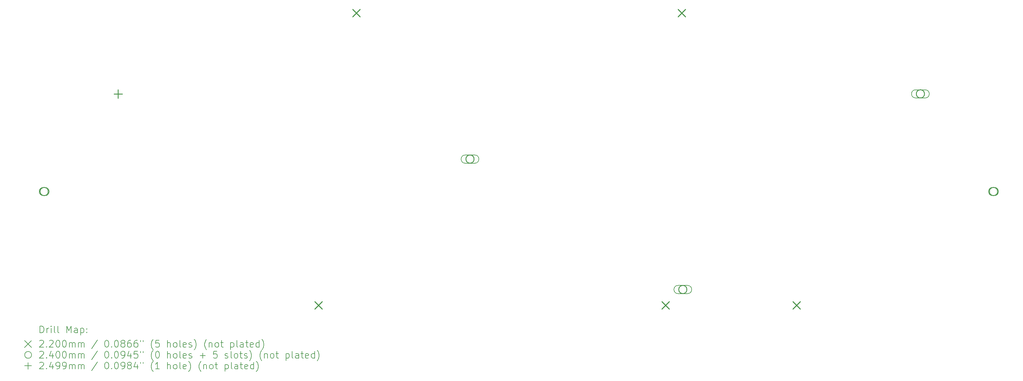
<source format=gbr>
%TF.GenerationSoftware,KiCad,Pcbnew,7.0.1-0*%
%TF.CreationDate,2023-05-14T12:26:16+09:00*%
%TF.ProjectId,Sandy_Plate_Bottom,53616e64-795f-4506-9c61-74655f426f74,v.1 (042)*%
%TF.SameCoordinates,Original*%
%TF.FileFunction,Drillmap*%
%TF.FilePolarity,Positive*%
%FSLAX45Y45*%
G04 Gerber Fmt 4.5, Leading zero omitted, Abs format (unit mm)*
G04 Created by KiCad (PCBNEW 7.0.1-0) date 2023-05-14 12:26:16*
%MOMM*%
%LPD*%
G01*
G04 APERTURE LIST*
%ADD10C,0.200000*%
%ADD11C,0.220000*%
%ADD12C,0.240000*%
%ADD13C,0.249940*%
G04 APERTURE END LIST*
D10*
D11*
X9817500Y-10582500D02*
X10037500Y-10802500D01*
X10037500Y-10582500D02*
X9817500Y-10802500D01*
X10922500Y-2022500D02*
X11142500Y-2242500D01*
X11142500Y-2022500D02*
X10922500Y-2242500D01*
X19972500Y-10582500D02*
X20192500Y-10802500D01*
X20192500Y-10582500D02*
X19972500Y-10802500D01*
X20447500Y-2022500D02*
X20667500Y-2242500D01*
X20667500Y-2022500D02*
X20447500Y-2242500D01*
X23807500Y-10582500D02*
X24027500Y-10802500D01*
X24027500Y-10582500D02*
X23807500Y-10802500D01*
D12*
X2017496Y-7357460D02*
G75*
G03*
X2017496Y-7357460I-120000J0D01*
G01*
D10*
X1872496Y-7477460D02*
X1922496Y-7477460D01*
X1922496Y-7477460D02*
G75*
G03*
X1922496Y-7237460I0J120000D01*
G01*
X1922496Y-7237460D02*
X1872496Y-7237460D01*
X1872496Y-7237460D02*
G75*
G03*
X1872496Y-7477460I0J-120000D01*
G01*
D12*
X14482496Y-6407460D02*
G75*
G03*
X14482496Y-6407460I-120000J0D01*
G01*
D10*
X14222496Y-6527460D02*
X14502496Y-6527460D01*
X14502496Y-6527460D02*
G75*
G03*
X14502496Y-6287460I0J120000D01*
G01*
X14502496Y-6287460D02*
X14222496Y-6287460D01*
X14222496Y-6287460D02*
G75*
G03*
X14222496Y-6527460I0J-120000D01*
G01*
D12*
X20712496Y-10227460D02*
G75*
G03*
X20712496Y-10227460I-120000J0D01*
G01*
D10*
X20452496Y-10347460D02*
X20732496Y-10347460D01*
X20732496Y-10347460D02*
G75*
G03*
X20732496Y-10107460I0J120000D01*
G01*
X20732496Y-10107460D02*
X20452496Y-10107460D01*
X20452496Y-10107460D02*
G75*
G03*
X20452496Y-10347460I0J-120000D01*
G01*
D12*
X27667496Y-4497460D02*
G75*
G03*
X27667496Y-4497460I-120000J0D01*
G01*
D10*
X27407496Y-4617460D02*
X27687496Y-4617460D01*
X27687496Y-4617460D02*
G75*
G03*
X27687496Y-4377460I0J120000D01*
G01*
X27687496Y-4377460D02*
X27407496Y-4377460D01*
X27407496Y-4377460D02*
G75*
G03*
X27407496Y-4617460I0J-120000D01*
G01*
D12*
X29807496Y-7357460D02*
G75*
G03*
X29807496Y-7357460I-120000J0D01*
G01*
D10*
X29712496Y-7237460D02*
X29662496Y-7237460D01*
X29662496Y-7237460D02*
G75*
G03*
X29662496Y-7477460I0J-120000D01*
G01*
X29662496Y-7477460D02*
X29712496Y-7477460D01*
X29712496Y-7477460D02*
G75*
G03*
X29712496Y-7237460I0J120000D01*
G01*
D13*
X4062496Y-4372490D02*
X4062496Y-4622430D01*
X3937526Y-4497460D02*
X4187466Y-4497460D01*
D10*
X1775115Y-11494984D02*
X1775115Y-11294984D01*
X1775115Y-11294984D02*
X1822734Y-11294984D01*
X1822734Y-11294984D02*
X1851305Y-11304508D01*
X1851305Y-11304508D02*
X1870353Y-11323555D01*
X1870353Y-11323555D02*
X1879877Y-11342603D01*
X1879877Y-11342603D02*
X1889401Y-11380698D01*
X1889401Y-11380698D02*
X1889401Y-11409269D01*
X1889401Y-11409269D02*
X1879877Y-11447365D01*
X1879877Y-11447365D02*
X1870353Y-11466412D01*
X1870353Y-11466412D02*
X1851305Y-11485460D01*
X1851305Y-11485460D02*
X1822734Y-11494984D01*
X1822734Y-11494984D02*
X1775115Y-11494984D01*
X1975115Y-11494984D02*
X1975115Y-11361650D01*
X1975115Y-11399746D02*
X1984639Y-11380698D01*
X1984639Y-11380698D02*
X1994163Y-11371174D01*
X1994163Y-11371174D02*
X2013210Y-11361650D01*
X2013210Y-11361650D02*
X2032258Y-11361650D01*
X2098925Y-11494984D02*
X2098925Y-11361650D01*
X2098925Y-11294984D02*
X2089401Y-11304508D01*
X2089401Y-11304508D02*
X2098925Y-11314031D01*
X2098925Y-11314031D02*
X2108448Y-11304508D01*
X2108448Y-11304508D02*
X2098925Y-11294984D01*
X2098925Y-11294984D02*
X2098925Y-11314031D01*
X2222734Y-11494984D02*
X2203686Y-11485460D01*
X2203686Y-11485460D02*
X2194163Y-11466412D01*
X2194163Y-11466412D02*
X2194163Y-11294984D01*
X2327496Y-11494984D02*
X2308448Y-11485460D01*
X2308448Y-11485460D02*
X2298925Y-11466412D01*
X2298925Y-11466412D02*
X2298925Y-11294984D01*
X2556067Y-11494984D02*
X2556067Y-11294984D01*
X2556067Y-11294984D02*
X2622734Y-11437841D01*
X2622734Y-11437841D02*
X2689401Y-11294984D01*
X2689401Y-11294984D02*
X2689401Y-11494984D01*
X2870353Y-11494984D02*
X2870353Y-11390222D01*
X2870353Y-11390222D02*
X2860829Y-11371174D01*
X2860829Y-11371174D02*
X2841782Y-11361650D01*
X2841782Y-11361650D02*
X2803686Y-11361650D01*
X2803686Y-11361650D02*
X2784639Y-11371174D01*
X2870353Y-11485460D02*
X2851305Y-11494984D01*
X2851305Y-11494984D02*
X2803686Y-11494984D01*
X2803686Y-11494984D02*
X2784639Y-11485460D01*
X2784639Y-11485460D02*
X2775115Y-11466412D01*
X2775115Y-11466412D02*
X2775115Y-11447365D01*
X2775115Y-11447365D02*
X2784639Y-11428317D01*
X2784639Y-11428317D02*
X2803686Y-11418793D01*
X2803686Y-11418793D02*
X2851305Y-11418793D01*
X2851305Y-11418793D02*
X2870353Y-11409269D01*
X2965591Y-11361650D02*
X2965591Y-11561650D01*
X2965591Y-11371174D02*
X2984639Y-11361650D01*
X2984639Y-11361650D02*
X3022734Y-11361650D01*
X3022734Y-11361650D02*
X3041782Y-11371174D01*
X3041782Y-11371174D02*
X3051305Y-11380698D01*
X3051305Y-11380698D02*
X3060829Y-11399746D01*
X3060829Y-11399746D02*
X3060829Y-11456888D01*
X3060829Y-11456888D02*
X3051305Y-11475936D01*
X3051305Y-11475936D02*
X3041782Y-11485460D01*
X3041782Y-11485460D02*
X3022734Y-11494984D01*
X3022734Y-11494984D02*
X2984639Y-11494984D01*
X2984639Y-11494984D02*
X2965591Y-11485460D01*
X3146544Y-11475936D02*
X3156067Y-11485460D01*
X3156067Y-11485460D02*
X3146544Y-11494984D01*
X3146544Y-11494984D02*
X3137020Y-11485460D01*
X3137020Y-11485460D02*
X3146544Y-11475936D01*
X3146544Y-11475936D02*
X3146544Y-11494984D01*
X3146544Y-11371174D02*
X3156067Y-11380698D01*
X3156067Y-11380698D02*
X3146544Y-11390222D01*
X3146544Y-11390222D02*
X3137020Y-11380698D01*
X3137020Y-11380698D02*
X3146544Y-11371174D01*
X3146544Y-11371174D02*
X3146544Y-11390222D01*
X1327496Y-11722460D02*
X1527496Y-11922460D01*
X1527496Y-11722460D02*
X1327496Y-11922460D01*
X1765591Y-11734031D02*
X1775115Y-11724508D01*
X1775115Y-11724508D02*
X1794163Y-11714984D01*
X1794163Y-11714984D02*
X1841782Y-11714984D01*
X1841782Y-11714984D02*
X1860829Y-11724508D01*
X1860829Y-11724508D02*
X1870353Y-11734031D01*
X1870353Y-11734031D02*
X1879877Y-11753079D01*
X1879877Y-11753079D02*
X1879877Y-11772127D01*
X1879877Y-11772127D02*
X1870353Y-11800698D01*
X1870353Y-11800698D02*
X1756067Y-11914984D01*
X1756067Y-11914984D02*
X1879877Y-11914984D01*
X1965591Y-11895936D02*
X1975115Y-11905460D01*
X1975115Y-11905460D02*
X1965591Y-11914984D01*
X1965591Y-11914984D02*
X1956067Y-11905460D01*
X1956067Y-11905460D02*
X1965591Y-11895936D01*
X1965591Y-11895936D02*
X1965591Y-11914984D01*
X2051305Y-11734031D02*
X2060829Y-11724508D01*
X2060829Y-11724508D02*
X2079877Y-11714984D01*
X2079877Y-11714984D02*
X2127496Y-11714984D01*
X2127496Y-11714984D02*
X2146544Y-11724508D01*
X2146544Y-11724508D02*
X2156067Y-11734031D01*
X2156067Y-11734031D02*
X2165591Y-11753079D01*
X2165591Y-11753079D02*
X2165591Y-11772127D01*
X2165591Y-11772127D02*
X2156067Y-11800698D01*
X2156067Y-11800698D02*
X2041782Y-11914984D01*
X2041782Y-11914984D02*
X2165591Y-11914984D01*
X2289401Y-11714984D02*
X2308448Y-11714984D01*
X2308448Y-11714984D02*
X2327496Y-11724508D01*
X2327496Y-11724508D02*
X2337020Y-11734031D01*
X2337020Y-11734031D02*
X2346544Y-11753079D01*
X2346544Y-11753079D02*
X2356067Y-11791174D01*
X2356067Y-11791174D02*
X2356067Y-11838793D01*
X2356067Y-11838793D02*
X2346544Y-11876888D01*
X2346544Y-11876888D02*
X2337020Y-11895936D01*
X2337020Y-11895936D02*
X2327496Y-11905460D01*
X2327496Y-11905460D02*
X2308448Y-11914984D01*
X2308448Y-11914984D02*
X2289401Y-11914984D01*
X2289401Y-11914984D02*
X2270353Y-11905460D01*
X2270353Y-11905460D02*
X2260829Y-11895936D01*
X2260829Y-11895936D02*
X2251306Y-11876888D01*
X2251306Y-11876888D02*
X2241782Y-11838793D01*
X2241782Y-11838793D02*
X2241782Y-11791174D01*
X2241782Y-11791174D02*
X2251306Y-11753079D01*
X2251306Y-11753079D02*
X2260829Y-11734031D01*
X2260829Y-11734031D02*
X2270353Y-11724508D01*
X2270353Y-11724508D02*
X2289401Y-11714984D01*
X2479877Y-11714984D02*
X2498925Y-11714984D01*
X2498925Y-11714984D02*
X2517972Y-11724508D01*
X2517972Y-11724508D02*
X2527496Y-11734031D01*
X2527496Y-11734031D02*
X2537020Y-11753079D01*
X2537020Y-11753079D02*
X2546544Y-11791174D01*
X2546544Y-11791174D02*
X2546544Y-11838793D01*
X2546544Y-11838793D02*
X2537020Y-11876888D01*
X2537020Y-11876888D02*
X2527496Y-11895936D01*
X2527496Y-11895936D02*
X2517972Y-11905460D01*
X2517972Y-11905460D02*
X2498925Y-11914984D01*
X2498925Y-11914984D02*
X2479877Y-11914984D01*
X2479877Y-11914984D02*
X2460829Y-11905460D01*
X2460829Y-11905460D02*
X2451306Y-11895936D01*
X2451306Y-11895936D02*
X2441782Y-11876888D01*
X2441782Y-11876888D02*
X2432258Y-11838793D01*
X2432258Y-11838793D02*
X2432258Y-11791174D01*
X2432258Y-11791174D02*
X2441782Y-11753079D01*
X2441782Y-11753079D02*
X2451306Y-11734031D01*
X2451306Y-11734031D02*
X2460829Y-11724508D01*
X2460829Y-11724508D02*
X2479877Y-11714984D01*
X2632258Y-11914984D02*
X2632258Y-11781650D01*
X2632258Y-11800698D02*
X2641782Y-11791174D01*
X2641782Y-11791174D02*
X2660829Y-11781650D01*
X2660829Y-11781650D02*
X2689401Y-11781650D01*
X2689401Y-11781650D02*
X2708448Y-11791174D01*
X2708448Y-11791174D02*
X2717972Y-11810222D01*
X2717972Y-11810222D02*
X2717972Y-11914984D01*
X2717972Y-11810222D02*
X2727496Y-11791174D01*
X2727496Y-11791174D02*
X2746544Y-11781650D01*
X2746544Y-11781650D02*
X2775115Y-11781650D01*
X2775115Y-11781650D02*
X2794163Y-11791174D01*
X2794163Y-11791174D02*
X2803686Y-11810222D01*
X2803686Y-11810222D02*
X2803686Y-11914984D01*
X2898925Y-11914984D02*
X2898925Y-11781650D01*
X2898925Y-11800698D02*
X2908448Y-11791174D01*
X2908448Y-11791174D02*
X2927496Y-11781650D01*
X2927496Y-11781650D02*
X2956067Y-11781650D01*
X2956067Y-11781650D02*
X2975115Y-11791174D01*
X2975115Y-11791174D02*
X2984639Y-11810222D01*
X2984639Y-11810222D02*
X2984639Y-11914984D01*
X2984639Y-11810222D02*
X2994163Y-11791174D01*
X2994163Y-11791174D02*
X3013210Y-11781650D01*
X3013210Y-11781650D02*
X3041782Y-11781650D01*
X3041782Y-11781650D02*
X3060829Y-11791174D01*
X3060829Y-11791174D02*
X3070353Y-11810222D01*
X3070353Y-11810222D02*
X3070353Y-11914984D01*
X3460829Y-11705460D02*
X3289401Y-11962603D01*
X3717972Y-11714984D02*
X3737020Y-11714984D01*
X3737020Y-11714984D02*
X3756068Y-11724508D01*
X3756068Y-11724508D02*
X3765591Y-11734031D01*
X3765591Y-11734031D02*
X3775115Y-11753079D01*
X3775115Y-11753079D02*
X3784639Y-11791174D01*
X3784639Y-11791174D02*
X3784639Y-11838793D01*
X3784639Y-11838793D02*
X3775115Y-11876888D01*
X3775115Y-11876888D02*
X3765591Y-11895936D01*
X3765591Y-11895936D02*
X3756068Y-11905460D01*
X3756068Y-11905460D02*
X3737020Y-11914984D01*
X3737020Y-11914984D02*
X3717972Y-11914984D01*
X3717972Y-11914984D02*
X3698925Y-11905460D01*
X3698925Y-11905460D02*
X3689401Y-11895936D01*
X3689401Y-11895936D02*
X3679877Y-11876888D01*
X3679877Y-11876888D02*
X3670353Y-11838793D01*
X3670353Y-11838793D02*
X3670353Y-11791174D01*
X3670353Y-11791174D02*
X3679877Y-11753079D01*
X3679877Y-11753079D02*
X3689401Y-11734031D01*
X3689401Y-11734031D02*
X3698925Y-11724508D01*
X3698925Y-11724508D02*
X3717972Y-11714984D01*
X3870353Y-11895936D02*
X3879877Y-11905460D01*
X3879877Y-11905460D02*
X3870353Y-11914984D01*
X3870353Y-11914984D02*
X3860829Y-11905460D01*
X3860829Y-11905460D02*
X3870353Y-11895936D01*
X3870353Y-11895936D02*
X3870353Y-11914984D01*
X4003687Y-11714984D02*
X4022734Y-11714984D01*
X4022734Y-11714984D02*
X4041782Y-11724508D01*
X4041782Y-11724508D02*
X4051306Y-11734031D01*
X4051306Y-11734031D02*
X4060829Y-11753079D01*
X4060829Y-11753079D02*
X4070353Y-11791174D01*
X4070353Y-11791174D02*
X4070353Y-11838793D01*
X4070353Y-11838793D02*
X4060829Y-11876888D01*
X4060829Y-11876888D02*
X4051306Y-11895936D01*
X4051306Y-11895936D02*
X4041782Y-11905460D01*
X4041782Y-11905460D02*
X4022734Y-11914984D01*
X4022734Y-11914984D02*
X4003687Y-11914984D01*
X4003687Y-11914984D02*
X3984639Y-11905460D01*
X3984639Y-11905460D02*
X3975115Y-11895936D01*
X3975115Y-11895936D02*
X3965591Y-11876888D01*
X3965591Y-11876888D02*
X3956068Y-11838793D01*
X3956068Y-11838793D02*
X3956068Y-11791174D01*
X3956068Y-11791174D02*
X3965591Y-11753079D01*
X3965591Y-11753079D02*
X3975115Y-11734031D01*
X3975115Y-11734031D02*
X3984639Y-11724508D01*
X3984639Y-11724508D02*
X4003687Y-11714984D01*
X4184639Y-11800698D02*
X4165591Y-11791174D01*
X4165591Y-11791174D02*
X4156068Y-11781650D01*
X4156068Y-11781650D02*
X4146544Y-11762603D01*
X4146544Y-11762603D02*
X4146544Y-11753079D01*
X4146544Y-11753079D02*
X4156068Y-11734031D01*
X4156068Y-11734031D02*
X4165591Y-11724508D01*
X4165591Y-11724508D02*
X4184639Y-11714984D01*
X4184639Y-11714984D02*
X4222734Y-11714984D01*
X4222734Y-11714984D02*
X4241782Y-11724508D01*
X4241782Y-11724508D02*
X4251306Y-11734031D01*
X4251306Y-11734031D02*
X4260830Y-11753079D01*
X4260830Y-11753079D02*
X4260830Y-11762603D01*
X4260830Y-11762603D02*
X4251306Y-11781650D01*
X4251306Y-11781650D02*
X4241782Y-11791174D01*
X4241782Y-11791174D02*
X4222734Y-11800698D01*
X4222734Y-11800698D02*
X4184639Y-11800698D01*
X4184639Y-11800698D02*
X4165591Y-11810222D01*
X4165591Y-11810222D02*
X4156068Y-11819746D01*
X4156068Y-11819746D02*
X4146544Y-11838793D01*
X4146544Y-11838793D02*
X4146544Y-11876888D01*
X4146544Y-11876888D02*
X4156068Y-11895936D01*
X4156068Y-11895936D02*
X4165591Y-11905460D01*
X4165591Y-11905460D02*
X4184639Y-11914984D01*
X4184639Y-11914984D02*
X4222734Y-11914984D01*
X4222734Y-11914984D02*
X4241782Y-11905460D01*
X4241782Y-11905460D02*
X4251306Y-11895936D01*
X4251306Y-11895936D02*
X4260830Y-11876888D01*
X4260830Y-11876888D02*
X4260830Y-11838793D01*
X4260830Y-11838793D02*
X4251306Y-11819746D01*
X4251306Y-11819746D02*
X4241782Y-11810222D01*
X4241782Y-11810222D02*
X4222734Y-11800698D01*
X4432258Y-11714984D02*
X4394163Y-11714984D01*
X4394163Y-11714984D02*
X4375115Y-11724508D01*
X4375115Y-11724508D02*
X4365591Y-11734031D01*
X4365591Y-11734031D02*
X4346544Y-11762603D01*
X4346544Y-11762603D02*
X4337020Y-11800698D01*
X4337020Y-11800698D02*
X4337020Y-11876888D01*
X4337020Y-11876888D02*
X4346544Y-11895936D01*
X4346544Y-11895936D02*
X4356068Y-11905460D01*
X4356068Y-11905460D02*
X4375115Y-11914984D01*
X4375115Y-11914984D02*
X4413211Y-11914984D01*
X4413211Y-11914984D02*
X4432258Y-11905460D01*
X4432258Y-11905460D02*
X4441782Y-11895936D01*
X4441782Y-11895936D02*
X4451306Y-11876888D01*
X4451306Y-11876888D02*
X4451306Y-11829269D01*
X4451306Y-11829269D02*
X4441782Y-11810222D01*
X4441782Y-11810222D02*
X4432258Y-11800698D01*
X4432258Y-11800698D02*
X4413211Y-11791174D01*
X4413211Y-11791174D02*
X4375115Y-11791174D01*
X4375115Y-11791174D02*
X4356068Y-11800698D01*
X4356068Y-11800698D02*
X4346544Y-11810222D01*
X4346544Y-11810222D02*
X4337020Y-11829269D01*
X4622734Y-11714984D02*
X4584639Y-11714984D01*
X4584639Y-11714984D02*
X4565591Y-11724508D01*
X4565591Y-11724508D02*
X4556068Y-11734031D01*
X4556068Y-11734031D02*
X4537020Y-11762603D01*
X4537020Y-11762603D02*
X4527496Y-11800698D01*
X4527496Y-11800698D02*
X4527496Y-11876888D01*
X4527496Y-11876888D02*
X4537020Y-11895936D01*
X4537020Y-11895936D02*
X4546544Y-11905460D01*
X4546544Y-11905460D02*
X4565591Y-11914984D01*
X4565591Y-11914984D02*
X4603687Y-11914984D01*
X4603687Y-11914984D02*
X4622734Y-11905460D01*
X4622734Y-11905460D02*
X4632258Y-11895936D01*
X4632258Y-11895936D02*
X4641782Y-11876888D01*
X4641782Y-11876888D02*
X4641782Y-11829269D01*
X4641782Y-11829269D02*
X4632258Y-11810222D01*
X4632258Y-11810222D02*
X4622734Y-11800698D01*
X4622734Y-11800698D02*
X4603687Y-11791174D01*
X4603687Y-11791174D02*
X4565591Y-11791174D01*
X4565591Y-11791174D02*
X4546544Y-11800698D01*
X4546544Y-11800698D02*
X4537020Y-11810222D01*
X4537020Y-11810222D02*
X4527496Y-11829269D01*
X4717972Y-11714984D02*
X4717972Y-11753079D01*
X4794163Y-11714984D02*
X4794163Y-11753079D01*
X5089401Y-11991174D02*
X5079877Y-11981650D01*
X5079877Y-11981650D02*
X5060830Y-11953079D01*
X5060830Y-11953079D02*
X5051306Y-11934031D01*
X5051306Y-11934031D02*
X5041782Y-11905460D01*
X5041782Y-11905460D02*
X5032258Y-11857841D01*
X5032258Y-11857841D02*
X5032258Y-11819746D01*
X5032258Y-11819746D02*
X5041782Y-11772127D01*
X5041782Y-11772127D02*
X5051306Y-11743555D01*
X5051306Y-11743555D02*
X5060830Y-11724508D01*
X5060830Y-11724508D02*
X5079877Y-11695936D01*
X5079877Y-11695936D02*
X5089401Y-11686412D01*
X5260830Y-11714984D02*
X5165592Y-11714984D01*
X5165592Y-11714984D02*
X5156068Y-11810222D01*
X5156068Y-11810222D02*
X5165592Y-11800698D01*
X5165592Y-11800698D02*
X5184639Y-11791174D01*
X5184639Y-11791174D02*
X5232258Y-11791174D01*
X5232258Y-11791174D02*
X5251306Y-11800698D01*
X5251306Y-11800698D02*
X5260830Y-11810222D01*
X5260830Y-11810222D02*
X5270353Y-11829269D01*
X5270353Y-11829269D02*
X5270353Y-11876888D01*
X5270353Y-11876888D02*
X5260830Y-11895936D01*
X5260830Y-11895936D02*
X5251306Y-11905460D01*
X5251306Y-11905460D02*
X5232258Y-11914984D01*
X5232258Y-11914984D02*
X5184639Y-11914984D01*
X5184639Y-11914984D02*
X5165592Y-11905460D01*
X5165592Y-11905460D02*
X5156068Y-11895936D01*
X5508449Y-11914984D02*
X5508449Y-11714984D01*
X5594163Y-11914984D02*
X5594163Y-11810222D01*
X5594163Y-11810222D02*
X5584639Y-11791174D01*
X5584639Y-11791174D02*
X5565592Y-11781650D01*
X5565592Y-11781650D02*
X5537020Y-11781650D01*
X5537020Y-11781650D02*
X5517973Y-11791174D01*
X5517973Y-11791174D02*
X5508449Y-11800698D01*
X5717972Y-11914984D02*
X5698925Y-11905460D01*
X5698925Y-11905460D02*
X5689401Y-11895936D01*
X5689401Y-11895936D02*
X5679877Y-11876888D01*
X5679877Y-11876888D02*
X5679877Y-11819746D01*
X5679877Y-11819746D02*
X5689401Y-11800698D01*
X5689401Y-11800698D02*
X5698925Y-11791174D01*
X5698925Y-11791174D02*
X5717972Y-11781650D01*
X5717972Y-11781650D02*
X5746544Y-11781650D01*
X5746544Y-11781650D02*
X5765592Y-11791174D01*
X5765592Y-11791174D02*
X5775115Y-11800698D01*
X5775115Y-11800698D02*
X5784639Y-11819746D01*
X5784639Y-11819746D02*
X5784639Y-11876888D01*
X5784639Y-11876888D02*
X5775115Y-11895936D01*
X5775115Y-11895936D02*
X5765592Y-11905460D01*
X5765592Y-11905460D02*
X5746544Y-11914984D01*
X5746544Y-11914984D02*
X5717972Y-11914984D01*
X5898925Y-11914984D02*
X5879877Y-11905460D01*
X5879877Y-11905460D02*
X5870353Y-11886412D01*
X5870353Y-11886412D02*
X5870353Y-11714984D01*
X6051306Y-11905460D02*
X6032258Y-11914984D01*
X6032258Y-11914984D02*
X5994163Y-11914984D01*
X5994163Y-11914984D02*
X5975115Y-11905460D01*
X5975115Y-11905460D02*
X5965592Y-11886412D01*
X5965592Y-11886412D02*
X5965592Y-11810222D01*
X5965592Y-11810222D02*
X5975115Y-11791174D01*
X5975115Y-11791174D02*
X5994163Y-11781650D01*
X5994163Y-11781650D02*
X6032258Y-11781650D01*
X6032258Y-11781650D02*
X6051306Y-11791174D01*
X6051306Y-11791174D02*
X6060830Y-11810222D01*
X6060830Y-11810222D02*
X6060830Y-11829269D01*
X6060830Y-11829269D02*
X5965592Y-11848317D01*
X6137020Y-11905460D02*
X6156068Y-11914984D01*
X6156068Y-11914984D02*
X6194163Y-11914984D01*
X6194163Y-11914984D02*
X6213211Y-11905460D01*
X6213211Y-11905460D02*
X6222734Y-11886412D01*
X6222734Y-11886412D02*
X6222734Y-11876888D01*
X6222734Y-11876888D02*
X6213211Y-11857841D01*
X6213211Y-11857841D02*
X6194163Y-11848317D01*
X6194163Y-11848317D02*
X6165592Y-11848317D01*
X6165592Y-11848317D02*
X6146544Y-11838793D01*
X6146544Y-11838793D02*
X6137020Y-11819746D01*
X6137020Y-11819746D02*
X6137020Y-11810222D01*
X6137020Y-11810222D02*
X6146544Y-11791174D01*
X6146544Y-11791174D02*
X6165592Y-11781650D01*
X6165592Y-11781650D02*
X6194163Y-11781650D01*
X6194163Y-11781650D02*
X6213211Y-11791174D01*
X6289401Y-11991174D02*
X6298925Y-11981650D01*
X6298925Y-11981650D02*
X6317973Y-11953079D01*
X6317973Y-11953079D02*
X6327496Y-11934031D01*
X6327496Y-11934031D02*
X6337020Y-11905460D01*
X6337020Y-11905460D02*
X6346544Y-11857841D01*
X6346544Y-11857841D02*
X6346544Y-11819746D01*
X6346544Y-11819746D02*
X6337020Y-11772127D01*
X6337020Y-11772127D02*
X6327496Y-11743555D01*
X6327496Y-11743555D02*
X6317973Y-11724508D01*
X6317973Y-11724508D02*
X6298925Y-11695936D01*
X6298925Y-11695936D02*
X6289401Y-11686412D01*
X6651306Y-11991174D02*
X6641782Y-11981650D01*
X6641782Y-11981650D02*
X6622734Y-11953079D01*
X6622734Y-11953079D02*
X6613211Y-11934031D01*
X6613211Y-11934031D02*
X6603687Y-11905460D01*
X6603687Y-11905460D02*
X6594163Y-11857841D01*
X6594163Y-11857841D02*
X6594163Y-11819746D01*
X6594163Y-11819746D02*
X6603687Y-11772127D01*
X6603687Y-11772127D02*
X6613211Y-11743555D01*
X6613211Y-11743555D02*
X6622734Y-11724508D01*
X6622734Y-11724508D02*
X6641782Y-11695936D01*
X6641782Y-11695936D02*
X6651306Y-11686412D01*
X6727496Y-11781650D02*
X6727496Y-11914984D01*
X6727496Y-11800698D02*
X6737020Y-11791174D01*
X6737020Y-11791174D02*
X6756068Y-11781650D01*
X6756068Y-11781650D02*
X6784639Y-11781650D01*
X6784639Y-11781650D02*
X6803687Y-11791174D01*
X6803687Y-11791174D02*
X6813211Y-11810222D01*
X6813211Y-11810222D02*
X6813211Y-11914984D01*
X6937020Y-11914984D02*
X6917973Y-11905460D01*
X6917973Y-11905460D02*
X6908449Y-11895936D01*
X6908449Y-11895936D02*
X6898925Y-11876888D01*
X6898925Y-11876888D02*
X6898925Y-11819746D01*
X6898925Y-11819746D02*
X6908449Y-11800698D01*
X6908449Y-11800698D02*
X6917973Y-11791174D01*
X6917973Y-11791174D02*
X6937020Y-11781650D01*
X6937020Y-11781650D02*
X6965592Y-11781650D01*
X6965592Y-11781650D02*
X6984639Y-11791174D01*
X6984639Y-11791174D02*
X6994163Y-11800698D01*
X6994163Y-11800698D02*
X7003687Y-11819746D01*
X7003687Y-11819746D02*
X7003687Y-11876888D01*
X7003687Y-11876888D02*
X6994163Y-11895936D01*
X6994163Y-11895936D02*
X6984639Y-11905460D01*
X6984639Y-11905460D02*
X6965592Y-11914984D01*
X6965592Y-11914984D02*
X6937020Y-11914984D01*
X7060830Y-11781650D02*
X7137020Y-11781650D01*
X7089401Y-11714984D02*
X7089401Y-11886412D01*
X7089401Y-11886412D02*
X7098925Y-11905460D01*
X7098925Y-11905460D02*
X7117973Y-11914984D01*
X7117973Y-11914984D02*
X7137020Y-11914984D01*
X7356068Y-11781650D02*
X7356068Y-11981650D01*
X7356068Y-11791174D02*
X7375115Y-11781650D01*
X7375115Y-11781650D02*
X7413211Y-11781650D01*
X7413211Y-11781650D02*
X7432258Y-11791174D01*
X7432258Y-11791174D02*
X7441782Y-11800698D01*
X7441782Y-11800698D02*
X7451306Y-11819746D01*
X7451306Y-11819746D02*
X7451306Y-11876888D01*
X7451306Y-11876888D02*
X7441782Y-11895936D01*
X7441782Y-11895936D02*
X7432258Y-11905460D01*
X7432258Y-11905460D02*
X7413211Y-11914984D01*
X7413211Y-11914984D02*
X7375115Y-11914984D01*
X7375115Y-11914984D02*
X7356068Y-11905460D01*
X7565592Y-11914984D02*
X7546544Y-11905460D01*
X7546544Y-11905460D02*
X7537020Y-11886412D01*
X7537020Y-11886412D02*
X7537020Y-11714984D01*
X7727496Y-11914984D02*
X7727496Y-11810222D01*
X7727496Y-11810222D02*
X7717973Y-11791174D01*
X7717973Y-11791174D02*
X7698925Y-11781650D01*
X7698925Y-11781650D02*
X7660830Y-11781650D01*
X7660830Y-11781650D02*
X7641782Y-11791174D01*
X7727496Y-11905460D02*
X7708449Y-11914984D01*
X7708449Y-11914984D02*
X7660830Y-11914984D01*
X7660830Y-11914984D02*
X7641782Y-11905460D01*
X7641782Y-11905460D02*
X7632258Y-11886412D01*
X7632258Y-11886412D02*
X7632258Y-11867365D01*
X7632258Y-11867365D02*
X7641782Y-11848317D01*
X7641782Y-11848317D02*
X7660830Y-11838793D01*
X7660830Y-11838793D02*
X7708449Y-11838793D01*
X7708449Y-11838793D02*
X7727496Y-11829269D01*
X7794163Y-11781650D02*
X7870354Y-11781650D01*
X7822735Y-11714984D02*
X7822735Y-11886412D01*
X7822735Y-11886412D02*
X7832258Y-11905460D01*
X7832258Y-11905460D02*
X7851306Y-11914984D01*
X7851306Y-11914984D02*
X7870354Y-11914984D01*
X8013211Y-11905460D02*
X7994163Y-11914984D01*
X7994163Y-11914984D02*
X7956068Y-11914984D01*
X7956068Y-11914984D02*
X7937020Y-11905460D01*
X7937020Y-11905460D02*
X7927496Y-11886412D01*
X7927496Y-11886412D02*
X7927496Y-11810222D01*
X7927496Y-11810222D02*
X7937020Y-11791174D01*
X7937020Y-11791174D02*
X7956068Y-11781650D01*
X7956068Y-11781650D02*
X7994163Y-11781650D01*
X7994163Y-11781650D02*
X8013211Y-11791174D01*
X8013211Y-11791174D02*
X8022735Y-11810222D01*
X8022735Y-11810222D02*
X8022735Y-11829269D01*
X8022735Y-11829269D02*
X7927496Y-11848317D01*
X8194163Y-11914984D02*
X8194163Y-11714984D01*
X8194163Y-11905460D02*
X8175116Y-11914984D01*
X8175116Y-11914984D02*
X8137020Y-11914984D01*
X8137020Y-11914984D02*
X8117973Y-11905460D01*
X8117973Y-11905460D02*
X8108449Y-11895936D01*
X8108449Y-11895936D02*
X8098925Y-11876888D01*
X8098925Y-11876888D02*
X8098925Y-11819746D01*
X8098925Y-11819746D02*
X8108449Y-11800698D01*
X8108449Y-11800698D02*
X8117973Y-11791174D01*
X8117973Y-11791174D02*
X8137020Y-11781650D01*
X8137020Y-11781650D02*
X8175116Y-11781650D01*
X8175116Y-11781650D02*
X8194163Y-11791174D01*
X8270354Y-11991174D02*
X8279877Y-11981650D01*
X8279877Y-11981650D02*
X8298925Y-11953079D01*
X8298925Y-11953079D02*
X8308449Y-11934031D01*
X8308449Y-11934031D02*
X8317973Y-11905460D01*
X8317973Y-11905460D02*
X8327496Y-11857841D01*
X8327496Y-11857841D02*
X8327496Y-11819746D01*
X8327496Y-11819746D02*
X8317973Y-11772127D01*
X8317973Y-11772127D02*
X8308449Y-11743555D01*
X8308449Y-11743555D02*
X8298925Y-11724508D01*
X8298925Y-11724508D02*
X8279877Y-11695936D01*
X8279877Y-11695936D02*
X8270354Y-11686412D01*
X1527496Y-12142460D02*
G75*
G03*
X1527496Y-12142460I-100000J0D01*
G01*
X1765591Y-12054031D02*
X1775115Y-12044508D01*
X1775115Y-12044508D02*
X1794163Y-12034984D01*
X1794163Y-12034984D02*
X1841782Y-12034984D01*
X1841782Y-12034984D02*
X1860829Y-12044508D01*
X1860829Y-12044508D02*
X1870353Y-12054031D01*
X1870353Y-12054031D02*
X1879877Y-12073079D01*
X1879877Y-12073079D02*
X1879877Y-12092127D01*
X1879877Y-12092127D02*
X1870353Y-12120698D01*
X1870353Y-12120698D02*
X1756067Y-12234984D01*
X1756067Y-12234984D02*
X1879877Y-12234984D01*
X1965591Y-12215936D02*
X1975115Y-12225460D01*
X1975115Y-12225460D02*
X1965591Y-12234984D01*
X1965591Y-12234984D02*
X1956067Y-12225460D01*
X1956067Y-12225460D02*
X1965591Y-12215936D01*
X1965591Y-12215936D02*
X1965591Y-12234984D01*
X2146544Y-12101650D02*
X2146544Y-12234984D01*
X2098925Y-12025460D02*
X2051305Y-12168317D01*
X2051305Y-12168317D02*
X2175115Y-12168317D01*
X2289401Y-12034984D02*
X2308448Y-12034984D01*
X2308448Y-12034984D02*
X2327496Y-12044508D01*
X2327496Y-12044508D02*
X2337020Y-12054031D01*
X2337020Y-12054031D02*
X2346544Y-12073079D01*
X2346544Y-12073079D02*
X2356067Y-12111174D01*
X2356067Y-12111174D02*
X2356067Y-12158793D01*
X2356067Y-12158793D02*
X2346544Y-12196888D01*
X2346544Y-12196888D02*
X2337020Y-12215936D01*
X2337020Y-12215936D02*
X2327496Y-12225460D01*
X2327496Y-12225460D02*
X2308448Y-12234984D01*
X2308448Y-12234984D02*
X2289401Y-12234984D01*
X2289401Y-12234984D02*
X2270353Y-12225460D01*
X2270353Y-12225460D02*
X2260829Y-12215936D01*
X2260829Y-12215936D02*
X2251306Y-12196888D01*
X2251306Y-12196888D02*
X2241782Y-12158793D01*
X2241782Y-12158793D02*
X2241782Y-12111174D01*
X2241782Y-12111174D02*
X2251306Y-12073079D01*
X2251306Y-12073079D02*
X2260829Y-12054031D01*
X2260829Y-12054031D02*
X2270353Y-12044508D01*
X2270353Y-12044508D02*
X2289401Y-12034984D01*
X2479877Y-12034984D02*
X2498925Y-12034984D01*
X2498925Y-12034984D02*
X2517972Y-12044508D01*
X2517972Y-12044508D02*
X2527496Y-12054031D01*
X2527496Y-12054031D02*
X2537020Y-12073079D01*
X2537020Y-12073079D02*
X2546544Y-12111174D01*
X2546544Y-12111174D02*
X2546544Y-12158793D01*
X2546544Y-12158793D02*
X2537020Y-12196888D01*
X2537020Y-12196888D02*
X2527496Y-12215936D01*
X2527496Y-12215936D02*
X2517972Y-12225460D01*
X2517972Y-12225460D02*
X2498925Y-12234984D01*
X2498925Y-12234984D02*
X2479877Y-12234984D01*
X2479877Y-12234984D02*
X2460829Y-12225460D01*
X2460829Y-12225460D02*
X2451306Y-12215936D01*
X2451306Y-12215936D02*
X2441782Y-12196888D01*
X2441782Y-12196888D02*
X2432258Y-12158793D01*
X2432258Y-12158793D02*
X2432258Y-12111174D01*
X2432258Y-12111174D02*
X2441782Y-12073079D01*
X2441782Y-12073079D02*
X2451306Y-12054031D01*
X2451306Y-12054031D02*
X2460829Y-12044508D01*
X2460829Y-12044508D02*
X2479877Y-12034984D01*
X2632258Y-12234984D02*
X2632258Y-12101650D01*
X2632258Y-12120698D02*
X2641782Y-12111174D01*
X2641782Y-12111174D02*
X2660829Y-12101650D01*
X2660829Y-12101650D02*
X2689401Y-12101650D01*
X2689401Y-12101650D02*
X2708448Y-12111174D01*
X2708448Y-12111174D02*
X2717972Y-12130222D01*
X2717972Y-12130222D02*
X2717972Y-12234984D01*
X2717972Y-12130222D02*
X2727496Y-12111174D01*
X2727496Y-12111174D02*
X2746544Y-12101650D01*
X2746544Y-12101650D02*
X2775115Y-12101650D01*
X2775115Y-12101650D02*
X2794163Y-12111174D01*
X2794163Y-12111174D02*
X2803686Y-12130222D01*
X2803686Y-12130222D02*
X2803686Y-12234984D01*
X2898925Y-12234984D02*
X2898925Y-12101650D01*
X2898925Y-12120698D02*
X2908448Y-12111174D01*
X2908448Y-12111174D02*
X2927496Y-12101650D01*
X2927496Y-12101650D02*
X2956067Y-12101650D01*
X2956067Y-12101650D02*
X2975115Y-12111174D01*
X2975115Y-12111174D02*
X2984639Y-12130222D01*
X2984639Y-12130222D02*
X2984639Y-12234984D01*
X2984639Y-12130222D02*
X2994163Y-12111174D01*
X2994163Y-12111174D02*
X3013210Y-12101650D01*
X3013210Y-12101650D02*
X3041782Y-12101650D01*
X3041782Y-12101650D02*
X3060829Y-12111174D01*
X3060829Y-12111174D02*
X3070353Y-12130222D01*
X3070353Y-12130222D02*
X3070353Y-12234984D01*
X3460829Y-12025460D02*
X3289401Y-12282603D01*
X3717972Y-12034984D02*
X3737020Y-12034984D01*
X3737020Y-12034984D02*
X3756068Y-12044508D01*
X3756068Y-12044508D02*
X3765591Y-12054031D01*
X3765591Y-12054031D02*
X3775115Y-12073079D01*
X3775115Y-12073079D02*
X3784639Y-12111174D01*
X3784639Y-12111174D02*
X3784639Y-12158793D01*
X3784639Y-12158793D02*
X3775115Y-12196888D01*
X3775115Y-12196888D02*
X3765591Y-12215936D01*
X3765591Y-12215936D02*
X3756068Y-12225460D01*
X3756068Y-12225460D02*
X3737020Y-12234984D01*
X3737020Y-12234984D02*
X3717972Y-12234984D01*
X3717972Y-12234984D02*
X3698925Y-12225460D01*
X3698925Y-12225460D02*
X3689401Y-12215936D01*
X3689401Y-12215936D02*
X3679877Y-12196888D01*
X3679877Y-12196888D02*
X3670353Y-12158793D01*
X3670353Y-12158793D02*
X3670353Y-12111174D01*
X3670353Y-12111174D02*
X3679877Y-12073079D01*
X3679877Y-12073079D02*
X3689401Y-12054031D01*
X3689401Y-12054031D02*
X3698925Y-12044508D01*
X3698925Y-12044508D02*
X3717972Y-12034984D01*
X3870353Y-12215936D02*
X3879877Y-12225460D01*
X3879877Y-12225460D02*
X3870353Y-12234984D01*
X3870353Y-12234984D02*
X3860829Y-12225460D01*
X3860829Y-12225460D02*
X3870353Y-12215936D01*
X3870353Y-12215936D02*
X3870353Y-12234984D01*
X4003687Y-12034984D02*
X4022734Y-12034984D01*
X4022734Y-12034984D02*
X4041782Y-12044508D01*
X4041782Y-12044508D02*
X4051306Y-12054031D01*
X4051306Y-12054031D02*
X4060829Y-12073079D01*
X4060829Y-12073079D02*
X4070353Y-12111174D01*
X4070353Y-12111174D02*
X4070353Y-12158793D01*
X4070353Y-12158793D02*
X4060829Y-12196888D01*
X4060829Y-12196888D02*
X4051306Y-12215936D01*
X4051306Y-12215936D02*
X4041782Y-12225460D01*
X4041782Y-12225460D02*
X4022734Y-12234984D01*
X4022734Y-12234984D02*
X4003687Y-12234984D01*
X4003687Y-12234984D02*
X3984639Y-12225460D01*
X3984639Y-12225460D02*
X3975115Y-12215936D01*
X3975115Y-12215936D02*
X3965591Y-12196888D01*
X3965591Y-12196888D02*
X3956068Y-12158793D01*
X3956068Y-12158793D02*
X3956068Y-12111174D01*
X3956068Y-12111174D02*
X3965591Y-12073079D01*
X3965591Y-12073079D02*
X3975115Y-12054031D01*
X3975115Y-12054031D02*
X3984639Y-12044508D01*
X3984639Y-12044508D02*
X4003687Y-12034984D01*
X4165591Y-12234984D02*
X4203687Y-12234984D01*
X4203687Y-12234984D02*
X4222734Y-12225460D01*
X4222734Y-12225460D02*
X4232258Y-12215936D01*
X4232258Y-12215936D02*
X4251306Y-12187365D01*
X4251306Y-12187365D02*
X4260830Y-12149269D01*
X4260830Y-12149269D02*
X4260830Y-12073079D01*
X4260830Y-12073079D02*
X4251306Y-12054031D01*
X4251306Y-12054031D02*
X4241782Y-12044508D01*
X4241782Y-12044508D02*
X4222734Y-12034984D01*
X4222734Y-12034984D02*
X4184639Y-12034984D01*
X4184639Y-12034984D02*
X4165591Y-12044508D01*
X4165591Y-12044508D02*
X4156068Y-12054031D01*
X4156068Y-12054031D02*
X4146544Y-12073079D01*
X4146544Y-12073079D02*
X4146544Y-12120698D01*
X4146544Y-12120698D02*
X4156068Y-12139746D01*
X4156068Y-12139746D02*
X4165591Y-12149269D01*
X4165591Y-12149269D02*
X4184639Y-12158793D01*
X4184639Y-12158793D02*
X4222734Y-12158793D01*
X4222734Y-12158793D02*
X4241782Y-12149269D01*
X4241782Y-12149269D02*
X4251306Y-12139746D01*
X4251306Y-12139746D02*
X4260830Y-12120698D01*
X4432258Y-12101650D02*
X4432258Y-12234984D01*
X4384639Y-12025460D02*
X4337020Y-12168317D01*
X4337020Y-12168317D02*
X4460830Y-12168317D01*
X4632258Y-12034984D02*
X4537020Y-12034984D01*
X4537020Y-12034984D02*
X4527496Y-12130222D01*
X4527496Y-12130222D02*
X4537020Y-12120698D01*
X4537020Y-12120698D02*
X4556068Y-12111174D01*
X4556068Y-12111174D02*
X4603687Y-12111174D01*
X4603687Y-12111174D02*
X4622734Y-12120698D01*
X4622734Y-12120698D02*
X4632258Y-12130222D01*
X4632258Y-12130222D02*
X4641782Y-12149269D01*
X4641782Y-12149269D02*
X4641782Y-12196888D01*
X4641782Y-12196888D02*
X4632258Y-12215936D01*
X4632258Y-12215936D02*
X4622734Y-12225460D01*
X4622734Y-12225460D02*
X4603687Y-12234984D01*
X4603687Y-12234984D02*
X4556068Y-12234984D01*
X4556068Y-12234984D02*
X4537020Y-12225460D01*
X4537020Y-12225460D02*
X4527496Y-12215936D01*
X4717972Y-12034984D02*
X4717972Y-12073079D01*
X4794163Y-12034984D02*
X4794163Y-12073079D01*
X5089401Y-12311174D02*
X5079877Y-12301650D01*
X5079877Y-12301650D02*
X5060830Y-12273079D01*
X5060830Y-12273079D02*
X5051306Y-12254031D01*
X5051306Y-12254031D02*
X5041782Y-12225460D01*
X5041782Y-12225460D02*
X5032258Y-12177841D01*
X5032258Y-12177841D02*
X5032258Y-12139746D01*
X5032258Y-12139746D02*
X5041782Y-12092127D01*
X5041782Y-12092127D02*
X5051306Y-12063555D01*
X5051306Y-12063555D02*
X5060830Y-12044508D01*
X5060830Y-12044508D02*
X5079877Y-12015936D01*
X5079877Y-12015936D02*
X5089401Y-12006412D01*
X5203687Y-12034984D02*
X5222734Y-12034984D01*
X5222734Y-12034984D02*
X5241782Y-12044508D01*
X5241782Y-12044508D02*
X5251306Y-12054031D01*
X5251306Y-12054031D02*
X5260830Y-12073079D01*
X5260830Y-12073079D02*
X5270353Y-12111174D01*
X5270353Y-12111174D02*
X5270353Y-12158793D01*
X5270353Y-12158793D02*
X5260830Y-12196888D01*
X5260830Y-12196888D02*
X5251306Y-12215936D01*
X5251306Y-12215936D02*
X5241782Y-12225460D01*
X5241782Y-12225460D02*
X5222734Y-12234984D01*
X5222734Y-12234984D02*
X5203687Y-12234984D01*
X5203687Y-12234984D02*
X5184639Y-12225460D01*
X5184639Y-12225460D02*
X5175115Y-12215936D01*
X5175115Y-12215936D02*
X5165592Y-12196888D01*
X5165592Y-12196888D02*
X5156068Y-12158793D01*
X5156068Y-12158793D02*
X5156068Y-12111174D01*
X5156068Y-12111174D02*
X5165592Y-12073079D01*
X5165592Y-12073079D02*
X5175115Y-12054031D01*
X5175115Y-12054031D02*
X5184639Y-12044508D01*
X5184639Y-12044508D02*
X5203687Y-12034984D01*
X5508449Y-12234984D02*
X5508449Y-12034984D01*
X5594163Y-12234984D02*
X5594163Y-12130222D01*
X5594163Y-12130222D02*
X5584639Y-12111174D01*
X5584639Y-12111174D02*
X5565592Y-12101650D01*
X5565592Y-12101650D02*
X5537020Y-12101650D01*
X5537020Y-12101650D02*
X5517973Y-12111174D01*
X5517973Y-12111174D02*
X5508449Y-12120698D01*
X5717972Y-12234984D02*
X5698925Y-12225460D01*
X5698925Y-12225460D02*
X5689401Y-12215936D01*
X5689401Y-12215936D02*
X5679877Y-12196888D01*
X5679877Y-12196888D02*
X5679877Y-12139746D01*
X5679877Y-12139746D02*
X5689401Y-12120698D01*
X5689401Y-12120698D02*
X5698925Y-12111174D01*
X5698925Y-12111174D02*
X5717972Y-12101650D01*
X5717972Y-12101650D02*
X5746544Y-12101650D01*
X5746544Y-12101650D02*
X5765592Y-12111174D01*
X5765592Y-12111174D02*
X5775115Y-12120698D01*
X5775115Y-12120698D02*
X5784639Y-12139746D01*
X5784639Y-12139746D02*
X5784639Y-12196888D01*
X5784639Y-12196888D02*
X5775115Y-12215936D01*
X5775115Y-12215936D02*
X5765592Y-12225460D01*
X5765592Y-12225460D02*
X5746544Y-12234984D01*
X5746544Y-12234984D02*
X5717972Y-12234984D01*
X5898925Y-12234984D02*
X5879877Y-12225460D01*
X5879877Y-12225460D02*
X5870353Y-12206412D01*
X5870353Y-12206412D02*
X5870353Y-12034984D01*
X6051306Y-12225460D02*
X6032258Y-12234984D01*
X6032258Y-12234984D02*
X5994163Y-12234984D01*
X5994163Y-12234984D02*
X5975115Y-12225460D01*
X5975115Y-12225460D02*
X5965592Y-12206412D01*
X5965592Y-12206412D02*
X5965592Y-12130222D01*
X5965592Y-12130222D02*
X5975115Y-12111174D01*
X5975115Y-12111174D02*
X5994163Y-12101650D01*
X5994163Y-12101650D02*
X6032258Y-12101650D01*
X6032258Y-12101650D02*
X6051306Y-12111174D01*
X6051306Y-12111174D02*
X6060830Y-12130222D01*
X6060830Y-12130222D02*
X6060830Y-12149269D01*
X6060830Y-12149269D02*
X5965592Y-12168317D01*
X6137020Y-12225460D02*
X6156068Y-12234984D01*
X6156068Y-12234984D02*
X6194163Y-12234984D01*
X6194163Y-12234984D02*
X6213211Y-12225460D01*
X6213211Y-12225460D02*
X6222734Y-12206412D01*
X6222734Y-12206412D02*
X6222734Y-12196888D01*
X6222734Y-12196888D02*
X6213211Y-12177841D01*
X6213211Y-12177841D02*
X6194163Y-12168317D01*
X6194163Y-12168317D02*
X6165592Y-12168317D01*
X6165592Y-12168317D02*
X6146544Y-12158793D01*
X6146544Y-12158793D02*
X6137020Y-12139746D01*
X6137020Y-12139746D02*
X6137020Y-12130222D01*
X6137020Y-12130222D02*
X6146544Y-12111174D01*
X6146544Y-12111174D02*
X6165592Y-12101650D01*
X6165592Y-12101650D02*
X6194163Y-12101650D01*
X6194163Y-12101650D02*
X6213211Y-12111174D01*
X6460830Y-12158793D02*
X6613211Y-12158793D01*
X6537020Y-12234984D02*
X6537020Y-12082603D01*
X6956068Y-12034984D02*
X6860830Y-12034984D01*
X6860830Y-12034984D02*
X6851306Y-12130222D01*
X6851306Y-12130222D02*
X6860830Y-12120698D01*
X6860830Y-12120698D02*
X6879877Y-12111174D01*
X6879877Y-12111174D02*
X6927496Y-12111174D01*
X6927496Y-12111174D02*
X6946544Y-12120698D01*
X6946544Y-12120698D02*
X6956068Y-12130222D01*
X6956068Y-12130222D02*
X6965592Y-12149269D01*
X6965592Y-12149269D02*
X6965592Y-12196888D01*
X6965592Y-12196888D02*
X6956068Y-12215936D01*
X6956068Y-12215936D02*
X6946544Y-12225460D01*
X6946544Y-12225460D02*
X6927496Y-12234984D01*
X6927496Y-12234984D02*
X6879877Y-12234984D01*
X6879877Y-12234984D02*
X6860830Y-12225460D01*
X6860830Y-12225460D02*
X6851306Y-12215936D01*
X7194163Y-12225460D02*
X7213211Y-12234984D01*
X7213211Y-12234984D02*
X7251306Y-12234984D01*
X7251306Y-12234984D02*
X7270354Y-12225460D01*
X7270354Y-12225460D02*
X7279877Y-12206412D01*
X7279877Y-12206412D02*
X7279877Y-12196888D01*
X7279877Y-12196888D02*
X7270354Y-12177841D01*
X7270354Y-12177841D02*
X7251306Y-12168317D01*
X7251306Y-12168317D02*
X7222735Y-12168317D01*
X7222735Y-12168317D02*
X7203687Y-12158793D01*
X7203687Y-12158793D02*
X7194163Y-12139746D01*
X7194163Y-12139746D02*
X7194163Y-12130222D01*
X7194163Y-12130222D02*
X7203687Y-12111174D01*
X7203687Y-12111174D02*
X7222735Y-12101650D01*
X7222735Y-12101650D02*
X7251306Y-12101650D01*
X7251306Y-12101650D02*
X7270354Y-12111174D01*
X7394163Y-12234984D02*
X7375116Y-12225460D01*
X7375116Y-12225460D02*
X7365592Y-12206412D01*
X7365592Y-12206412D02*
X7365592Y-12034984D01*
X7498925Y-12234984D02*
X7479877Y-12225460D01*
X7479877Y-12225460D02*
X7470354Y-12215936D01*
X7470354Y-12215936D02*
X7460830Y-12196888D01*
X7460830Y-12196888D02*
X7460830Y-12139746D01*
X7460830Y-12139746D02*
X7470354Y-12120698D01*
X7470354Y-12120698D02*
X7479877Y-12111174D01*
X7479877Y-12111174D02*
X7498925Y-12101650D01*
X7498925Y-12101650D02*
X7527497Y-12101650D01*
X7527497Y-12101650D02*
X7546544Y-12111174D01*
X7546544Y-12111174D02*
X7556068Y-12120698D01*
X7556068Y-12120698D02*
X7565592Y-12139746D01*
X7565592Y-12139746D02*
X7565592Y-12196888D01*
X7565592Y-12196888D02*
X7556068Y-12215936D01*
X7556068Y-12215936D02*
X7546544Y-12225460D01*
X7546544Y-12225460D02*
X7527497Y-12234984D01*
X7527497Y-12234984D02*
X7498925Y-12234984D01*
X7622735Y-12101650D02*
X7698925Y-12101650D01*
X7651306Y-12034984D02*
X7651306Y-12206412D01*
X7651306Y-12206412D02*
X7660830Y-12225460D01*
X7660830Y-12225460D02*
X7679877Y-12234984D01*
X7679877Y-12234984D02*
X7698925Y-12234984D01*
X7756068Y-12225460D02*
X7775116Y-12234984D01*
X7775116Y-12234984D02*
X7813211Y-12234984D01*
X7813211Y-12234984D02*
X7832258Y-12225460D01*
X7832258Y-12225460D02*
X7841782Y-12206412D01*
X7841782Y-12206412D02*
X7841782Y-12196888D01*
X7841782Y-12196888D02*
X7832258Y-12177841D01*
X7832258Y-12177841D02*
X7813211Y-12168317D01*
X7813211Y-12168317D02*
X7784639Y-12168317D01*
X7784639Y-12168317D02*
X7765592Y-12158793D01*
X7765592Y-12158793D02*
X7756068Y-12139746D01*
X7756068Y-12139746D02*
X7756068Y-12130222D01*
X7756068Y-12130222D02*
X7765592Y-12111174D01*
X7765592Y-12111174D02*
X7784639Y-12101650D01*
X7784639Y-12101650D02*
X7813211Y-12101650D01*
X7813211Y-12101650D02*
X7832258Y-12111174D01*
X7908449Y-12311174D02*
X7917973Y-12301650D01*
X7917973Y-12301650D02*
X7937020Y-12273079D01*
X7937020Y-12273079D02*
X7946544Y-12254031D01*
X7946544Y-12254031D02*
X7956068Y-12225460D01*
X7956068Y-12225460D02*
X7965592Y-12177841D01*
X7965592Y-12177841D02*
X7965592Y-12139746D01*
X7965592Y-12139746D02*
X7956068Y-12092127D01*
X7956068Y-12092127D02*
X7946544Y-12063555D01*
X7946544Y-12063555D02*
X7937020Y-12044508D01*
X7937020Y-12044508D02*
X7917973Y-12015936D01*
X7917973Y-12015936D02*
X7908449Y-12006412D01*
X8270354Y-12311174D02*
X8260830Y-12301650D01*
X8260830Y-12301650D02*
X8241782Y-12273079D01*
X8241782Y-12273079D02*
X8232258Y-12254031D01*
X8232258Y-12254031D02*
X8222735Y-12225460D01*
X8222735Y-12225460D02*
X8213211Y-12177841D01*
X8213211Y-12177841D02*
X8213211Y-12139746D01*
X8213211Y-12139746D02*
X8222735Y-12092127D01*
X8222735Y-12092127D02*
X8232258Y-12063555D01*
X8232258Y-12063555D02*
X8241782Y-12044508D01*
X8241782Y-12044508D02*
X8260830Y-12015936D01*
X8260830Y-12015936D02*
X8270354Y-12006412D01*
X8346544Y-12101650D02*
X8346544Y-12234984D01*
X8346544Y-12120698D02*
X8356068Y-12111174D01*
X8356068Y-12111174D02*
X8375116Y-12101650D01*
X8375116Y-12101650D02*
X8403687Y-12101650D01*
X8403687Y-12101650D02*
X8422735Y-12111174D01*
X8422735Y-12111174D02*
X8432259Y-12130222D01*
X8432259Y-12130222D02*
X8432259Y-12234984D01*
X8556068Y-12234984D02*
X8537020Y-12225460D01*
X8537020Y-12225460D02*
X8527497Y-12215936D01*
X8527497Y-12215936D02*
X8517973Y-12196888D01*
X8517973Y-12196888D02*
X8517973Y-12139746D01*
X8517973Y-12139746D02*
X8527497Y-12120698D01*
X8527497Y-12120698D02*
X8537020Y-12111174D01*
X8537020Y-12111174D02*
X8556068Y-12101650D01*
X8556068Y-12101650D02*
X8584640Y-12101650D01*
X8584640Y-12101650D02*
X8603687Y-12111174D01*
X8603687Y-12111174D02*
X8613211Y-12120698D01*
X8613211Y-12120698D02*
X8622735Y-12139746D01*
X8622735Y-12139746D02*
X8622735Y-12196888D01*
X8622735Y-12196888D02*
X8613211Y-12215936D01*
X8613211Y-12215936D02*
X8603687Y-12225460D01*
X8603687Y-12225460D02*
X8584640Y-12234984D01*
X8584640Y-12234984D02*
X8556068Y-12234984D01*
X8679878Y-12101650D02*
X8756068Y-12101650D01*
X8708449Y-12034984D02*
X8708449Y-12206412D01*
X8708449Y-12206412D02*
X8717973Y-12225460D01*
X8717973Y-12225460D02*
X8737020Y-12234984D01*
X8737020Y-12234984D02*
X8756068Y-12234984D01*
X8975116Y-12101650D02*
X8975116Y-12301650D01*
X8975116Y-12111174D02*
X8994163Y-12101650D01*
X8994163Y-12101650D02*
X9032259Y-12101650D01*
X9032259Y-12101650D02*
X9051306Y-12111174D01*
X9051306Y-12111174D02*
X9060830Y-12120698D01*
X9060830Y-12120698D02*
X9070354Y-12139746D01*
X9070354Y-12139746D02*
X9070354Y-12196888D01*
X9070354Y-12196888D02*
X9060830Y-12215936D01*
X9060830Y-12215936D02*
X9051306Y-12225460D01*
X9051306Y-12225460D02*
X9032259Y-12234984D01*
X9032259Y-12234984D02*
X8994163Y-12234984D01*
X8994163Y-12234984D02*
X8975116Y-12225460D01*
X9184640Y-12234984D02*
X9165592Y-12225460D01*
X9165592Y-12225460D02*
X9156068Y-12206412D01*
X9156068Y-12206412D02*
X9156068Y-12034984D01*
X9346544Y-12234984D02*
X9346544Y-12130222D01*
X9346544Y-12130222D02*
X9337021Y-12111174D01*
X9337021Y-12111174D02*
X9317973Y-12101650D01*
X9317973Y-12101650D02*
X9279878Y-12101650D01*
X9279878Y-12101650D02*
X9260830Y-12111174D01*
X9346544Y-12225460D02*
X9327497Y-12234984D01*
X9327497Y-12234984D02*
X9279878Y-12234984D01*
X9279878Y-12234984D02*
X9260830Y-12225460D01*
X9260830Y-12225460D02*
X9251306Y-12206412D01*
X9251306Y-12206412D02*
X9251306Y-12187365D01*
X9251306Y-12187365D02*
X9260830Y-12168317D01*
X9260830Y-12168317D02*
X9279878Y-12158793D01*
X9279878Y-12158793D02*
X9327497Y-12158793D01*
X9327497Y-12158793D02*
X9346544Y-12149269D01*
X9413211Y-12101650D02*
X9489401Y-12101650D01*
X9441782Y-12034984D02*
X9441782Y-12206412D01*
X9441782Y-12206412D02*
X9451306Y-12225460D01*
X9451306Y-12225460D02*
X9470354Y-12234984D01*
X9470354Y-12234984D02*
X9489401Y-12234984D01*
X9632259Y-12225460D02*
X9613211Y-12234984D01*
X9613211Y-12234984D02*
X9575116Y-12234984D01*
X9575116Y-12234984D02*
X9556068Y-12225460D01*
X9556068Y-12225460D02*
X9546544Y-12206412D01*
X9546544Y-12206412D02*
X9546544Y-12130222D01*
X9546544Y-12130222D02*
X9556068Y-12111174D01*
X9556068Y-12111174D02*
X9575116Y-12101650D01*
X9575116Y-12101650D02*
X9613211Y-12101650D01*
X9613211Y-12101650D02*
X9632259Y-12111174D01*
X9632259Y-12111174D02*
X9641782Y-12130222D01*
X9641782Y-12130222D02*
X9641782Y-12149269D01*
X9641782Y-12149269D02*
X9546544Y-12168317D01*
X9813211Y-12234984D02*
X9813211Y-12034984D01*
X9813211Y-12225460D02*
X9794163Y-12234984D01*
X9794163Y-12234984D02*
X9756068Y-12234984D01*
X9756068Y-12234984D02*
X9737021Y-12225460D01*
X9737021Y-12225460D02*
X9727497Y-12215936D01*
X9727497Y-12215936D02*
X9717973Y-12196888D01*
X9717973Y-12196888D02*
X9717973Y-12139746D01*
X9717973Y-12139746D02*
X9727497Y-12120698D01*
X9727497Y-12120698D02*
X9737021Y-12111174D01*
X9737021Y-12111174D02*
X9756068Y-12101650D01*
X9756068Y-12101650D02*
X9794163Y-12101650D01*
X9794163Y-12101650D02*
X9813211Y-12111174D01*
X9889402Y-12311174D02*
X9898925Y-12301650D01*
X9898925Y-12301650D02*
X9917973Y-12273079D01*
X9917973Y-12273079D02*
X9927497Y-12254031D01*
X9927497Y-12254031D02*
X9937021Y-12225460D01*
X9937021Y-12225460D02*
X9946544Y-12177841D01*
X9946544Y-12177841D02*
X9946544Y-12139746D01*
X9946544Y-12139746D02*
X9937021Y-12092127D01*
X9937021Y-12092127D02*
X9927497Y-12063555D01*
X9927497Y-12063555D02*
X9917973Y-12044508D01*
X9917973Y-12044508D02*
X9898925Y-12015936D01*
X9898925Y-12015936D02*
X9889402Y-12006412D01*
X1427496Y-12362460D02*
X1427496Y-12562460D01*
X1327496Y-12462460D02*
X1527496Y-12462460D01*
X1765591Y-12374031D02*
X1775115Y-12364508D01*
X1775115Y-12364508D02*
X1794163Y-12354984D01*
X1794163Y-12354984D02*
X1841782Y-12354984D01*
X1841782Y-12354984D02*
X1860829Y-12364508D01*
X1860829Y-12364508D02*
X1870353Y-12374031D01*
X1870353Y-12374031D02*
X1879877Y-12393079D01*
X1879877Y-12393079D02*
X1879877Y-12412127D01*
X1879877Y-12412127D02*
X1870353Y-12440698D01*
X1870353Y-12440698D02*
X1756067Y-12554984D01*
X1756067Y-12554984D02*
X1879877Y-12554984D01*
X1965591Y-12535936D02*
X1975115Y-12545460D01*
X1975115Y-12545460D02*
X1965591Y-12554984D01*
X1965591Y-12554984D02*
X1956067Y-12545460D01*
X1956067Y-12545460D02*
X1965591Y-12535936D01*
X1965591Y-12535936D02*
X1965591Y-12554984D01*
X2146544Y-12421650D02*
X2146544Y-12554984D01*
X2098925Y-12345460D02*
X2051305Y-12488317D01*
X2051305Y-12488317D02*
X2175115Y-12488317D01*
X2260829Y-12554984D02*
X2298925Y-12554984D01*
X2298925Y-12554984D02*
X2317972Y-12545460D01*
X2317972Y-12545460D02*
X2327496Y-12535936D01*
X2327496Y-12535936D02*
X2346544Y-12507365D01*
X2346544Y-12507365D02*
X2356067Y-12469269D01*
X2356067Y-12469269D02*
X2356067Y-12393079D01*
X2356067Y-12393079D02*
X2346544Y-12374031D01*
X2346544Y-12374031D02*
X2337020Y-12364508D01*
X2337020Y-12364508D02*
X2317972Y-12354984D01*
X2317972Y-12354984D02*
X2279877Y-12354984D01*
X2279877Y-12354984D02*
X2260829Y-12364508D01*
X2260829Y-12364508D02*
X2251306Y-12374031D01*
X2251306Y-12374031D02*
X2241782Y-12393079D01*
X2241782Y-12393079D02*
X2241782Y-12440698D01*
X2241782Y-12440698D02*
X2251306Y-12459746D01*
X2251306Y-12459746D02*
X2260829Y-12469269D01*
X2260829Y-12469269D02*
X2279877Y-12478793D01*
X2279877Y-12478793D02*
X2317972Y-12478793D01*
X2317972Y-12478793D02*
X2337020Y-12469269D01*
X2337020Y-12469269D02*
X2346544Y-12459746D01*
X2346544Y-12459746D02*
X2356067Y-12440698D01*
X2451306Y-12554984D02*
X2489401Y-12554984D01*
X2489401Y-12554984D02*
X2508448Y-12545460D01*
X2508448Y-12545460D02*
X2517972Y-12535936D01*
X2517972Y-12535936D02*
X2537020Y-12507365D01*
X2537020Y-12507365D02*
X2546544Y-12469269D01*
X2546544Y-12469269D02*
X2546544Y-12393079D01*
X2546544Y-12393079D02*
X2537020Y-12374031D01*
X2537020Y-12374031D02*
X2527496Y-12364508D01*
X2527496Y-12364508D02*
X2508448Y-12354984D01*
X2508448Y-12354984D02*
X2470353Y-12354984D01*
X2470353Y-12354984D02*
X2451306Y-12364508D01*
X2451306Y-12364508D02*
X2441782Y-12374031D01*
X2441782Y-12374031D02*
X2432258Y-12393079D01*
X2432258Y-12393079D02*
X2432258Y-12440698D01*
X2432258Y-12440698D02*
X2441782Y-12459746D01*
X2441782Y-12459746D02*
X2451306Y-12469269D01*
X2451306Y-12469269D02*
X2470353Y-12478793D01*
X2470353Y-12478793D02*
X2508448Y-12478793D01*
X2508448Y-12478793D02*
X2527496Y-12469269D01*
X2527496Y-12469269D02*
X2537020Y-12459746D01*
X2537020Y-12459746D02*
X2546544Y-12440698D01*
X2632258Y-12554984D02*
X2632258Y-12421650D01*
X2632258Y-12440698D02*
X2641782Y-12431174D01*
X2641782Y-12431174D02*
X2660829Y-12421650D01*
X2660829Y-12421650D02*
X2689401Y-12421650D01*
X2689401Y-12421650D02*
X2708448Y-12431174D01*
X2708448Y-12431174D02*
X2717972Y-12450222D01*
X2717972Y-12450222D02*
X2717972Y-12554984D01*
X2717972Y-12450222D02*
X2727496Y-12431174D01*
X2727496Y-12431174D02*
X2746544Y-12421650D01*
X2746544Y-12421650D02*
X2775115Y-12421650D01*
X2775115Y-12421650D02*
X2794163Y-12431174D01*
X2794163Y-12431174D02*
X2803686Y-12450222D01*
X2803686Y-12450222D02*
X2803686Y-12554984D01*
X2898925Y-12554984D02*
X2898925Y-12421650D01*
X2898925Y-12440698D02*
X2908448Y-12431174D01*
X2908448Y-12431174D02*
X2927496Y-12421650D01*
X2927496Y-12421650D02*
X2956067Y-12421650D01*
X2956067Y-12421650D02*
X2975115Y-12431174D01*
X2975115Y-12431174D02*
X2984639Y-12450222D01*
X2984639Y-12450222D02*
X2984639Y-12554984D01*
X2984639Y-12450222D02*
X2994163Y-12431174D01*
X2994163Y-12431174D02*
X3013210Y-12421650D01*
X3013210Y-12421650D02*
X3041782Y-12421650D01*
X3041782Y-12421650D02*
X3060829Y-12431174D01*
X3060829Y-12431174D02*
X3070353Y-12450222D01*
X3070353Y-12450222D02*
X3070353Y-12554984D01*
X3460829Y-12345460D02*
X3289401Y-12602603D01*
X3717972Y-12354984D02*
X3737020Y-12354984D01*
X3737020Y-12354984D02*
X3756068Y-12364508D01*
X3756068Y-12364508D02*
X3765591Y-12374031D01*
X3765591Y-12374031D02*
X3775115Y-12393079D01*
X3775115Y-12393079D02*
X3784639Y-12431174D01*
X3784639Y-12431174D02*
X3784639Y-12478793D01*
X3784639Y-12478793D02*
X3775115Y-12516888D01*
X3775115Y-12516888D02*
X3765591Y-12535936D01*
X3765591Y-12535936D02*
X3756068Y-12545460D01*
X3756068Y-12545460D02*
X3737020Y-12554984D01*
X3737020Y-12554984D02*
X3717972Y-12554984D01*
X3717972Y-12554984D02*
X3698925Y-12545460D01*
X3698925Y-12545460D02*
X3689401Y-12535936D01*
X3689401Y-12535936D02*
X3679877Y-12516888D01*
X3679877Y-12516888D02*
X3670353Y-12478793D01*
X3670353Y-12478793D02*
X3670353Y-12431174D01*
X3670353Y-12431174D02*
X3679877Y-12393079D01*
X3679877Y-12393079D02*
X3689401Y-12374031D01*
X3689401Y-12374031D02*
X3698925Y-12364508D01*
X3698925Y-12364508D02*
X3717972Y-12354984D01*
X3870353Y-12535936D02*
X3879877Y-12545460D01*
X3879877Y-12545460D02*
X3870353Y-12554984D01*
X3870353Y-12554984D02*
X3860829Y-12545460D01*
X3860829Y-12545460D02*
X3870353Y-12535936D01*
X3870353Y-12535936D02*
X3870353Y-12554984D01*
X4003687Y-12354984D02*
X4022734Y-12354984D01*
X4022734Y-12354984D02*
X4041782Y-12364508D01*
X4041782Y-12364508D02*
X4051306Y-12374031D01*
X4051306Y-12374031D02*
X4060829Y-12393079D01*
X4060829Y-12393079D02*
X4070353Y-12431174D01*
X4070353Y-12431174D02*
X4070353Y-12478793D01*
X4070353Y-12478793D02*
X4060829Y-12516888D01*
X4060829Y-12516888D02*
X4051306Y-12535936D01*
X4051306Y-12535936D02*
X4041782Y-12545460D01*
X4041782Y-12545460D02*
X4022734Y-12554984D01*
X4022734Y-12554984D02*
X4003687Y-12554984D01*
X4003687Y-12554984D02*
X3984639Y-12545460D01*
X3984639Y-12545460D02*
X3975115Y-12535936D01*
X3975115Y-12535936D02*
X3965591Y-12516888D01*
X3965591Y-12516888D02*
X3956068Y-12478793D01*
X3956068Y-12478793D02*
X3956068Y-12431174D01*
X3956068Y-12431174D02*
X3965591Y-12393079D01*
X3965591Y-12393079D02*
X3975115Y-12374031D01*
X3975115Y-12374031D02*
X3984639Y-12364508D01*
X3984639Y-12364508D02*
X4003687Y-12354984D01*
X4165591Y-12554984D02*
X4203687Y-12554984D01*
X4203687Y-12554984D02*
X4222734Y-12545460D01*
X4222734Y-12545460D02*
X4232258Y-12535936D01*
X4232258Y-12535936D02*
X4251306Y-12507365D01*
X4251306Y-12507365D02*
X4260830Y-12469269D01*
X4260830Y-12469269D02*
X4260830Y-12393079D01*
X4260830Y-12393079D02*
X4251306Y-12374031D01*
X4251306Y-12374031D02*
X4241782Y-12364508D01*
X4241782Y-12364508D02*
X4222734Y-12354984D01*
X4222734Y-12354984D02*
X4184639Y-12354984D01*
X4184639Y-12354984D02*
X4165591Y-12364508D01*
X4165591Y-12364508D02*
X4156068Y-12374031D01*
X4156068Y-12374031D02*
X4146544Y-12393079D01*
X4146544Y-12393079D02*
X4146544Y-12440698D01*
X4146544Y-12440698D02*
X4156068Y-12459746D01*
X4156068Y-12459746D02*
X4165591Y-12469269D01*
X4165591Y-12469269D02*
X4184639Y-12478793D01*
X4184639Y-12478793D02*
X4222734Y-12478793D01*
X4222734Y-12478793D02*
X4241782Y-12469269D01*
X4241782Y-12469269D02*
X4251306Y-12459746D01*
X4251306Y-12459746D02*
X4260830Y-12440698D01*
X4375115Y-12440698D02*
X4356068Y-12431174D01*
X4356068Y-12431174D02*
X4346544Y-12421650D01*
X4346544Y-12421650D02*
X4337020Y-12402603D01*
X4337020Y-12402603D02*
X4337020Y-12393079D01*
X4337020Y-12393079D02*
X4346544Y-12374031D01*
X4346544Y-12374031D02*
X4356068Y-12364508D01*
X4356068Y-12364508D02*
X4375115Y-12354984D01*
X4375115Y-12354984D02*
X4413211Y-12354984D01*
X4413211Y-12354984D02*
X4432258Y-12364508D01*
X4432258Y-12364508D02*
X4441782Y-12374031D01*
X4441782Y-12374031D02*
X4451306Y-12393079D01*
X4451306Y-12393079D02*
X4451306Y-12402603D01*
X4451306Y-12402603D02*
X4441782Y-12421650D01*
X4441782Y-12421650D02*
X4432258Y-12431174D01*
X4432258Y-12431174D02*
X4413211Y-12440698D01*
X4413211Y-12440698D02*
X4375115Y-12440698D01*
X4375115Y-12440698D02*
X4356068Y-12450222D01*
X4356068Y-12450222D02*
X4346544Y-12459746D01*
X4346544Y-12459746D02*
X4337020Y-12478793D01*
X4337020Y-12478793D02*
X4337020Y-12516888D01*
X4337020Y-12516888D02*
X4346544Y-12535936D01*
X4346544Y-12535936D02*
X4356068Y-12545460D01*
X4356068Y-12545460D02*
X4375115Y-12554984D01*
X4375115Y-12554984D02*
X4413211Y-12554984D01*
X4413211Y-12554984D02*
X4432258Y-12545460D01*
X4432258Y-12545460D02*
X4441782Y-12535936D01*
X4441782Y-12535936D02*
X4451306Y-12516888D01*
X4451306Y-12516888D02*
X4451306Y-12478793D01*
X4451306Y-12478793D02*
X4441782Y-12459746D01*
X4441782Y-12459746D02*
X4432258Y-12450222D01*
X4432258Y-12450222D02*
X4413211Y-12440698D01*
X4622734Y-12421650D02*
X4622734Y-12554984D01*
X4575115Y-12345460D02*
X4527496Y-12488317D01*
X4527496Y-12488317D02*
X4651306Y-12488317D01*
X4717972Y-12354984D02*
X4717972Y-12393079D01*
X4794163Y-12354984D02*
X4794163Y-12393079D01*
X5089401Y-12631174D02*
X5079877Y-12621650D01*
X5079877Y-12621650D02*
X5060830Y-12593079D01*
X5060830Y-12593079D02*
X5051306Y-12574031D01*
X5051306Y-12574031D02*
X5041782Y-12545460D01*
X5041782Y-12545460D02*
X5032258Y-12497841D01*
X5032258Y-12497841D02*
X5032258Y-12459746D01*
X5032258Y-12459746D02*
X5041782Y-12412127D01*
X5041782Y-12412127D02*
X5051306Y-12383555D01*
X5051306Y-12383555D02*
X5060830Y-12364508D01*
X5060830Y-12364508D02*
X5079877Y-12335936D01*
X5079877Y-12335936D02*
X5089401Y-12326412D01*
X5270353Y-12554984D02*
X5156068Y-12554984D01*
X5213211Y-12554984D02*
X5213211Y-12354984D01*
X5213211Y-12354984D02*
X5194163Y-12383555D01*
X5194163Y-12383555D02*
X5175115Y-12402603D01*
X5175115Y-12402603D02*
X5156068Y-12412127D01*
X5508449Y-12554984D02*
X5508449Y-12354984D01*
X5594163Y-12554984D02*
X5594163Y-12450222D01*
X5594163Y-12450222D02*
X5584639Y-12431174D01*
X5584639Y-12431174D02*
X5565592Y-12421650D01*
X5565592Y-12421650D02*
X5537020Y-12421650D01*
X5537020Y-12421650D02*
X5517973Y-12431174D01*
X5517973Y-12431174D02*
X5508449Y-12440698D01*
X5717972Y-12554984D02*
X5698925Y-12545460D01*
X5698925Y-12545460D02*
X5689401Y-12535936D01*
X5689401Y-12535936D02*
X5679877Y-12516888D01*
X5679877Y-12516888D02*
X5679877Y-12459746D01*
X5679877Y-12459746D02*
X5689401Y-12440698D01*
X5689401Y-12440698D02*
X5698925Y-12431174D01*
X5698925Y-12431174D02*
X5717972Y-12421650D01*
X5717972Y-12421650D02*
X5746544Y-12421650D01*
X5746544Y-12421650D02*
X5765592Y-12431174D01*
X5765592Y-12431174D02*
X5775115Y-12440698D01*
X5775115Y-12440698D02*
X5784639Y-12459746D01*
X5784639Y-12459746D02*
X5784639Y-12516888D01*
X5784639Y-12516888D02*
X5775115Y-12535936D01*
X5775115Y-12535936D02*
X5765592Y-12545460D01*
X5765592Y-12545460D02*
X5746544Y-12554984D01*
X5746544Y-12554984D02*
X5717972Y-12554984D01*
X5898925Y-12554984D02*
X5879877Y-12545460D01*
X5879877Y-12545460D02*
X5870353Y-12526412D01*
X5870353Y-12526412D02*
X5870353Y-12354984D01*
X6051306Y-12545460D02*
X6032258Y-12554984D01*
X6032258Y-12554984D02*
X5994163Y-12554984D01*
X5994163Y-12554984D02*
X5975115Y-12545460D01*
X5975115Y-12545460D02*
X5965592Y-12526412D01*
X5965592Y-12526412D02*
X5965592Y-12450222D01*
X5965592Y-12450222D02*
X5975115Y-12431174D01*
X5975115Y-12431174D02*
X5994163Y-12421650D01*
X5994163Y-12421650D02*
X6032258Y-12421650D01*
X6032258Y-12421650D02*
X6051306Y-12431174D01*
X6051306Y-12431174D02*
X6060830Y-12450222D01*
X6060830Y-12450222D02*
X6060830Y-12469269D01*
X6060830Y-12469269D02*
X5965592Y-12488317D01*
X6127496Y-12631174D02*
X6137020Y-12621650D01*
X6137020Y-12621650D02*
X6156068Y-12593079D01*
X6156068Y-12593079D02*
X6165592Y-12574031D01*
X6165592Y-12574031D02*
X6175115Y-12545460D01*
X6175115Y-12545460D02*
X6184639Y-12497841D01*
X6184639Y-12497841D02*
X6184639Y-12459746D01*
X6184639Y-12459746D02*
X6175115Y-12412127D01*
X6175115Y-12412127D02*
X6165592Y-12383555D01*
X6165592Y-12383555D02*
X6156068Y-12364508D01*
X6156068Y-12364508D02*
X6137020Y-12335936D01*
X6137020Y-12335936D02*
X6127496Y-12326412D01*
X6489401Y-12631174D02*
X6479877Y-12621650D01*
X6479877Y-12621650D02*
X6460830Y-12593079D01*
X6460830Y-12593079D02*
X6451306Y-12574031D01*
X6451306Y-12574031D02*
X6441782Y-12545460D01*
X6441782Y-12545460D02*
X6432258Y-12497841D01*
X6432258Y-12497841D02*
X6432258Y-12459746D01*
X6432258Y-12459746D02*
X6441782Y-12412127D01*
X6441782Y-12412127D02*
X6451306Y-12383555D01*
X6451306Y-12383555D02*
X6460830Y-12364508D01*
X6460830Y-12364508D02*
X6479877Y-12335936D01*
X6479877Y-12335936D02*
X6489401Y-12326412D01*
X6565592Y-12421650D02*
X6565592Y-12554984D01*
X6565592Y-12440698D02*
X6575115Y-12431174D01*
X6575115Y-12431174D02*
X6594163Y-12421650D01*
X6594163Y-12421650D02*
X6622734Y-12421650D01*
X6622734Y-12421650D02*
X6641782Y-12431174D01*
X6641782Y-12431174D02*
X6651306Y-12450222D01*
X6651306Y-12450222D02*
X6651306Y-12554984D01*
X6775115Y-12554984D02*
X6756068Y-12545460D01*
X6756068Y-12545460D02*
X6746544Y-12535936D01*
X6746544Y-12535936D02*
X6737020Y-12516888D01*
X6737020Y-12516888D02*
X6737020Y-12459746D01*
X6737020Y-12459746D02*
X6746544Y-12440698D01*
X6746544Y-12440698D02*
X6756068Y-12431174D01*
X6756068Y-12431174D02*
X6775115Y-12421650D01*
X6775115Y-12421650D02*
X6803687Y-12421650D01*
X6803687Y-12421650D02*
X6822734Y-12431174D01*
X6822734Y-12431174D02*
X6832258Y-12440698D01*
X6832258Y-12440698D02*
X6841782Y-12459746D01*
X6841782Y-12459746D02*
X6841782Y-12516888D01*
X6841782Y-12516888D02*
X6832258Y-12535936D01*
X6832258Y-12535936D02*
X6822734Y-12545460D01*
X6822734Y-12545460D02*
X6803687Y-12554984D01*
X6803687Y-12554984D02*
X6775115Y-12554984D01*
X6898925Y-12421650D02*
X6975115Y-12421650D01*
X6927496Y-12354984D02*
X6927496Y-12526412D01*
X6927496Y-12526412D02*
X6937020Y-12545460D01*
X6937020Y-12545460D02*
X6956068Y-12554984D01*
X6956068Y-12554984D02*
X6975115Y-12554984D01*
X7194163Y-12421650D02*
X7194163Y-12621650D01*
X7194163Y-12431174D02*
X7213211Y-12421650D01*
X7213211Y-12421650D02*
X7251306Y-12421650D01*
X7251306Y-12421650D02*
X7270354Y-12431174D01*
X7270354Y-12431174D02*
X7279877Y-12440698D01*
X7279877Y-12440698D02*
X7289401Y-12459746D01*
X7289401Y-12459746D02*
X7289401Y-12516888D01*
X7289401Y-12516888D02*
X7279877Y-12535936D01*
X7279877Y-12535936D02*
X7270354Y-12545460D01*
X7270354Y-12545460D02*
X7251306Y-12554984D01*
X7251306Y-12554984D02*
X7213211Y-12554984D01*
X7213211Y-12554984D02*
X7194163Y-12545460D01*
X7403687Y-12554984D02*
X7384639Y-12545460D01*
X7384639Y-12545460D02*
X7375115Y-12526412D01*
X7375115Y-12526412D02*
X7375115Y-12354984D01*
X7565592Y-12554984D02*
X7565592Y-12450222D01*
X7565592Y-12450222D02*
X7556068Y-12431174D01*
X7556068Y-12431174D02*
X7537020Y-12421650D01*
X7537020Y-12421650D02*
X7498925Y-12421650D01*
X7498925Y-12421650D02*
X7479877Y-12431174D01*
X7565592Y-12545460D02*
X7546544Y-12554984D01*
X7546544Y-12554984D02*
X7498925Y-12554984D01*
X7498925Y-12554984D02*
X7479877Y-12545460D01*
X7479877Y-12545460D02*
X7470354Y-12526412D01*
X7470354Y-12526412D02*
X7470354Y-12507365D01*
X7470354Y-12507365D02*
X7479877Y-12488317D01*
X7479877Y-12488317D02*
X7498925Y-12478793D01*
X7498925Y-12478793D02*
X7546544Y-12478793D01*
X7546544Y-12478793D02*
X7565592Y-12469269D01*
X7632258Y-12421650D02*
X7708449Y-12421650D01*
X7660830Y-12354984D02*
X7660830Y-12526412D01*
X7660830Y-12526412D02*
X7670354Y-12545460D01*
X7670354Y-12545460D02*
X7689401Y-12554984D01*
X7689401Y-12554984D02*
X7708449Y-12554984D01*
X7851306Y-12545460D02*
X7832258Y-12554984D01*
X7832258Y-12554984D02*
X7794163Y-12554984D01*
X7794163Y-12554984D02*
X7775115Y-12545460D01*
X7775115Y-12545460D02*
X7765592Y-12526412D01*
X7765592Y-12526412D02*
X7765592Y-12450222D01*
X7765592Y-12450222D02*
X7775115Y-12431174D01*
X7775115Y-12431174D02*
X7794163Y-12421650D01*
X7794163Y-12421650D02*
X7832258Y-12421650D01*
X7832258Y-12421650D02*
X7851306Y-12431174D01*
X7851306Y-12431174D02*
X7860830Y-12450222D01*
X7860830Y-12450222D02*
X7860830Y-12469269D01*
X7860830Y-12469269D02*
X7765592Y-12488317D01*
X8032258Y-12554984D02*
X8032258Y-12354984D01*
X8032258Y-12545460D02*
X8013211Y-12554984D01*
X8013211Y-12554984D02*
X7975115Y-12554984D01*
X7975115Y-12554984D02*
X7956068Y-12545460D01*
X7956068Y-12545460D02*
X7946544Y-12535936D01*
X7946544Y-12535936D02*
X7937020Y-12516888D01*
X7937020Y-12516888D02*
X7937020Y-12459746D01*
X7937020Y-12459746D02*
X7946544Y-12440698D01*
X7946544Y-12440698D02*
X7956068Y-12431174D01*
X7956068Y-12431174D02*
X7975115Y-12421650D01*
X7975115Y-12421650D02*
X8013211Y-12421650D01*
X8013211Y-12421650D02*
X8032258Y-12431174D01*
X8108449Y-12631174D02*
X8117973Y-12621650D01*
X8117973Y-12621650D02*
X8137020Y-12593079D01*
X8137020Y-12593079D02*
X8146544Y-12574031D01*
X8146544Y-12574031D02*
X8156068Y-12545460D01*
X8156068Y-12545460D02*
X8165592Y-12497841D01*
X8165592Y-12497841D02*
X8165592Y-12459746D01*
X8165592Y-12459746D02*
X8156068Y-12412127D01*
X8156068Y-12412127D02*
X8146544Y-12383555D01*
X8146544Y-12383555D02*
X8137020Y-12364508D01*
X8137020Y-12364508D02*
X8117973Y-12335936D01*
X8117973Y-12335936D02*
X8108449Y-12326412D01*
M02*

</source>
